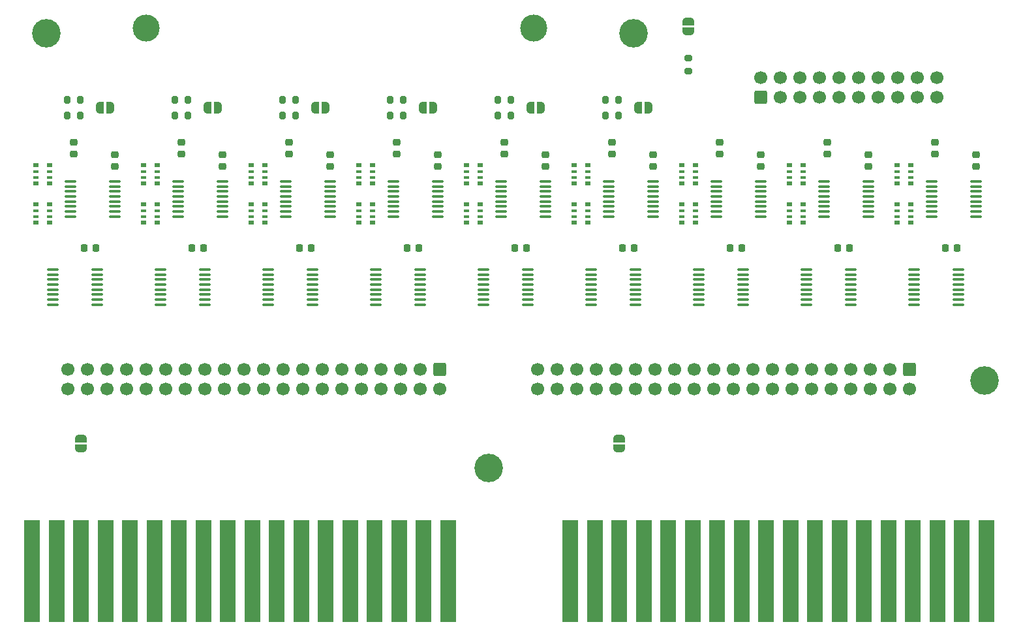
<source format=gbr>
%TF.GenerationSoftware,KiCad,Pcbnew,6.0.11+dfsg-1*%
%TF.CreationDate,2024-06-30T22:37:57-05:00*%
%TF.ProjectId,backplane_tracer,6261636b-706c-4616-9e65-5f7472616365,rev?*%
%TF.SameCoordinates,Original*%
%TF.FileFunction,Soldermask,Top*%
%TF.FilePolarity,Negative*%
%FSLAX46Y46*%
G04 Gerber Fmt 4.6, Leading zero omitted, Abs format (unit mm)*
G04 Created by KiCad (PCBNEW 6.0.11+dfsg-1) date 2024-06-30 22:37:57*
%MOMM*%
%LPD*%
G01*
G04 APERTURE LIST*
G04 Aperture macros list*
%AMRoundRect*
0 Rectangle with rounded corners*
0 $1 Rounding radius*
0 $2 $3 $4 $5 $6 $7 $8 $9 X,Y pos of 4 corners*
0 Add a 4 corners polygon primitive as box body*
4,1,4,$2,$3,$4,$5,$6,$7,$8,$9,$2,$3,0*
0 Add four circle primitives for the rounded corners*
1,1,$1+$1,$2,$3*
1,1,$1+$1,$4,$5*
1,1,$1+$1,$6,$7*
1,1,$1+$1,$8,$9*
0 Add four rect primitives between the rounded corners*
20,1,$1+$1,$2,$3,$4,$5,0*
20,1,$1+$1,$4,$5,$6,$7,0*
20,1,$1+$1,$6,$7,$8,$9,0*
20,1,$1+$1,$8,$9,$2,$3,0*%
%AMFreePoly0*
4,1,22,0.500000,-0.750000,0.000000,-0.750000,0.000000,-0.745033,-0.079941,-0.743568,-0.215256,-0.701293,-0.333266,-0.622738,-0.424486,-0.514219,-0.481581,-0.384460,-0.499164,-0.250000,-0.500000,-0.250000,-0.500000,0.250000,-0.499164,0.250000,-0.499963,0.256109,-0.478152,0.396186,-0.417904,0.524511,-0.324060,0.630769,-0.204165,0.706417,-0.067858,0.745374,0.000000,0.744959,0.000000,0.750000,
0.500000,0.750000,0.500000,-0.750000,0.500000,-0.750000,$1*%
%AMFreePoly1*
4,1,20,0.000000,0.744959,0.073905,0.744508,0.209726,0.703889,0.328688,0.626782,0.421226,0.519385,0.479903,0.390333,0.500000,0.250000,0.500000,-0.250000,0.499851,-0.262216,0.476331,-0.402017,0.414519,-0.529596,0.319384,-0.634700,0.198574,-0.708877,0.061801,-0.746166,0.000000,-0.745033,0.000000,-0.750000,-0.500000,-0.750000,-0.500000,0.750000,0.000000,0.750000,0.000000,0.744959,
0.000000,0.744959,$1*%
G04 Aperture macros list end*
%ADD10RoundRect,0.200000X0.200000X0.275000X-0.200000X0.275000X-0.200000X-0.275000X0.200000X-0.275000X0*%
%ADD11RoundRect,0.200000X-0.200000X-0.275000X0.200000X-0.275000X0.200000X0.275000X-0.200000X0.275000X0*%
%ADD12RoundRect,0.200000X0.275000X-0.200000X0.275000X0.200000X-0.275000X0.200000X-0.275000X-0.200000X0*%
%ADD13RoundRect,0.225000X0.225000X0.250000X-0.225000X0.250000X-0.225000X-0.250000X0.225000X-0.250000X0*%
%ADD14R,0.800000X0.500000*%
%ADD15R,0.800000X0.400000*%
%ADD16C,3.700000*%
%ADD17RoundRect,0.225000X0.250000X-0.225000X0.250000X0.225000X-0.250000X0.225000X-0.250000X-0.225000X0*%
%ADD18RoundRect,0.100000X-0.637500X-0.100000X0.637500X-0.100000X0.637500X0.100000X-0.637500X0.100000X0*%
%ADD19FreePoly0,0.000000*%
%ADD20FreePoly1,0.000000*%
%ADD21FreePoly0,90.000000*%
%ADD22FreePoly1,90.000000*%
%ADD23RoundRect,0.250000X-0.600000X0.600000X-0.600000X-0.600000X0.600000X-0.600000X0.600000X0.600000X0*%
%ADD24C,1.700000*%
%ADD25C,3.500000*%
%ADD26RoundRect,0.250000X0.600000X-0.600000X0.600000X0.600000X-0.600000X0.600000X-0.600000X-0.600000X0*%
%ADD27R,2.032000X13.208000*%
G04 APERTURE END LIST*
D10*
%TO.C,R13*%
X79541500Y-72136000D03*
X77891500Y-72136000D03*
%TD*%
D11*
%TO.C,R12*%
X77891500Y-74168000D03*
X79541500Y-74168000D03*
%TD*%
D10*
%TO.C,R11*%
X93511500Y-72136000D03*
X91861500Y-72136000D03*
%TD*%
D11*
%TO.C,R10*%
X91861500Y-74168000D03*
X93511500Y-74168000D03*
%TD*%
D10*
%TO.C,R9*%
X107481500Y-72136000D03*
X105831500Y-72136000D03*
%TD*%
D11*
%TO.C,R8*%
X105831500Y-74168000D03*
X107481500Y-74168000D03*
%TD*%
D10*
%TO.C,R7*%
X121475000Y-72136000D03*
X119825000Y-72136000D03*
%TD*%
D11*
%TO.C,R6*%
X119825000Y-74168000D03*
X121475000Y-74168000D03*
%TD*%
D10*
%TO.C,R5*%
X135445000Y-72136000D03*
X133795000Y-72136000D03*
%TD*%
D11*
%TO.C,R4*%
X133795000Y-74168000D03*
X135445000Y-74168000D03*
%TD*%
D10*
%TO.C,R3*%
X149415000Y-72136000D03*
X147765000Y-72136000D03*
%TD*%
D11*
%TO.C,R2*%
X147765000Y-74168000D03*
X149415000Y-74168000D03*
%TD*%
D12*
%TO.C,R1*%
X158496000Y-68365500D03*
X158496000Y-66715500D03*
%TD*%
D13*
%TO.C,C26*%
X81633000Y-91354000D03*
X80083000Y-91354000D03*
%TD*%
D14*
%TO.C,RN13*%
X101727000Y-80588000D03*
D15*
X101727000Y-81388000D03*
X101727000Y-82188000D03*
D14*
X101727000Y-82988000D03*
X103527000Y-82988000D03*
D15*
X103527000Y-82188000D03*
X103527000Y-81388000D03*
D14*
X103527000Y-80588000D03*
%TD*%
D16*
%TO.C,H3*%
X151384000Y-63500000D03*
%TD*%
D17*
%TO.C,C21*%
X111963200Y-80785000D03*
X111963200Y-79235000D03*
%TD*%
%TO.C,C1*%
X190500000Y-79134000D03*
X190500000Y-77584000D03*
%TD*%
D18*
%TO.C,U1*%
X190050500Y-82688000D03*
X190050500Y-83338000D03*
X190050500Y-83988000D03*
X190050500Y-84638000D03*
X190050500Y-85288000D03*
X190050500Y-85938000D03*
X190050500Y-86588000D03*
X190050500Y-87238000D03*
X195775500Y-87238000D03*
X195775500Y-86588000D03*
X195775500Y-85938000D03*
X195775500Y-85288000D03*
X195775500Y-84638000D03*
X195775500Y-83988000D03*
X195775500Y-83338000D03*
X195775500Y-82688000D03*
%TD*%
D19*
%TO.C,JP6*%
X151980500Y-73152000D03*
D20*
X153280500Y-73152000D03*
%TD*%
D17*
%TO.C,C25*%
X78740000Y-79134000D03*
X78740000Y-77584000D03*
%TD*%
D18*
%TO.C,U9*%
X134170500Y-82688000D03*
X134170500Y-83338000D03*
X134170500Y-83988000D03*
X134170500Y-84638000D03*
X134170500Y-85288000D03*
X134170500Y-85938000D03*
X134170500Y-86588000D03*
X134170500Y-87238000D03*
X139895500Y-87238000D03*
X139895500Y-86588000D03*
X139895500Y-85938000D03*
X139895500Y-85288000D03*
X139895500Y-84638000D03*
X139895500Y-83988000D03*
X139895500Y-83338000D03*
X139895500Y-82688000D03*
%TD*%
D14*
%TO.C,RN10*%
X129667000Y-85668000D03*
D15*
X129667000Y-86468000D03*
X129667000Y-87268000D03*
D14*
X129667000Y-88068000D03*
X131467000Y-88068000D03*
D15*
X131467000Y-87268000D03*
X131467000Y-86468000D03*
D14*
X131467000Y-85668000D03*
%TD*%
D18*
%TO.C,U18*%
X76004500Y-94118000D03*
X76004500Y-94768000D03*
X76004500Y-95418000D03*
X76004500Y-96068000D03*
X76004500Y-96718000D03*
X76004500Y-97368000D03*
X76004500Y-98018000D03*
X76004500Y-98668000D03*
X81729500Y-98668000D03*
X81729500Y-98018000D03*
X81729500Y-97368000D03*
X81729500Y-96718000D03*
X81729500Y-96068000D03*
X81729500Y-95418000D03*
X81729500Y-94768000D03*
X81729500Y-94118000D03*
%TD*%
D13*
%TO.C,C8*%
X165453000Y-91354000D03*
X163903000Y-91354000D03*
%TD*%
%TO.C,C2*%
X193393000Y-91354000D03*
X191843000Y-91354000D03*
%TD*%
D14*
%TO.C,RN7*%
X143637000Y-80588000D03*
D15*
X143637000Y-81388000D03*
X143637000Y-82188000D03*
D14*
X143637000Y-82988000D03*
X145437000Y-82988000D03*
D15*
X145437000Y-82188000D03*
X145437000Y-81388000D03*
D14*
X145437000Y-80588000D03*
%TD*%
D13*
%TO.C,C14*%
X137513000Y-91354000D03*
X135963000Y-91354000D03*
%TD*%
D17*
%TO.C,C15*%
X139903200Y-80785000D03*
X139903200Y-79235000D03*
%TD*%
D18*
%TO.C,U14*%
X103944500Y-94118000D03*
X103944500Y-94768000D03*
X103944500Y-95418000D03*
X103944500Y-96068000D03*
X103944500Y-96718000D03*
X103944500Y-97368000D03*
X103944500Y-98018000D03*
X103944500Y-98668000D03*
X109669500Y-98668000D03*
X109669500Y-98018000D03*
X109669500Y-97368000D03*
X109669500Y-96718000D03*
X109669500Y-96068000D03*
X109669500Y-95418000D03*
X109669500Y-94768000D03*
X109669500Y-94118000D03*
%TD*%
%TO.C,U7*%
X148140500Y-82688000D03*
X148140500Y-83338000D03*
X148140500Y-83988000D03*
X148140500Y-84638000D03*
X148140500Y-85288000D03*
X148140500Y-85938000D03*
X148140500Y-86588000D03*
X148140500Y-87238000D03*
X153865500Y-87238000D03*
X153865500Y-86588000D03*
X153865500Y-85938000D03*
X153865500Y-85288000D03*
X153865500Y-84638000D03*
X153865500Y-83988000D03*
X153865500Y-83338000D03*
X153865500Y-82688000D03*
%TD*%
D14*
%TO.C,RN16*%
X87757000Y-85668000D03*
D15*
X87757000Y-86468000D03*
X87757000Y-87268000D03*
D14*
X87757000Y-88068000D03*
X89557000Y-88068000D03*
D15*
X89557000Y-87268000D03*
X89557000Y-86468000D03*
D14*
X89557000Y-85668000D03*
%TD*%
D21*
%TO.C,JP12*%
X149529800Y-117363000D03*
D22*
X149529800Y-116063000D03*
%TD*%
D18*
%TO.C,U16*%
X89974500Y-94118000D03*
X89974500Y-94768000D03*
X89974500Y-95418000D03*
X89974500Y-96068000D03*
X89974500Y-96718000D03*
X89974500Y-97368000D03*
X89974500Y-98018000D03*
X89974500Y-98668000D03*
X95699500Y-98668000D03*
X95699500Y-98018000D03*
X95699500Y-97368000D03*
X95699500Y-96718000D03*
X95699500Y-96068000D03*
X95699500Y-95418000D03*
X95699500Y-94768000D03*
X95699500Y-94118000D03*
%TD*%
D16*
%TO.C,H6*%
X132588000Y-119888000D03*
%TD*%
D18*
%TO.C,U8*%
X145854500Y-94118000D03*
X145854500Y-94768000D03*
X145854500Y-95418000D03*
X145854500Y-96068000D03*
X145854500Y-96718000D03*
X145854500Y-97368000D03*
X145854500Y-98018000D03*
X145854500Y-98668000D03*
X151579500Y-98668000D03*
X151579500Y-98018000D03*
X151579500Y-97368000D03*
X151579500Y-96718000D03*
X151579500Y-96068000D03*
X151579500Y-95418000D03*
X151579500Y-94768000D03*
X151579500Y-94118000D03*
%TD*%
%TO.C,U4*%
X173794500Y-94118000D03*
X173794500Y-94768000D03*
X173794500Y-95418000D03*
X173794500Y-96068000D03*
X173794500Y-96718000D03*
X173794500Y-97368000D03*
X173794500Y-98018000D03*
X173794500Y-98668000D03*
X179519500Y-98668000D03*
X179519500Y-98018000D03*
X179519500Y-97368000D03*
X179519500Y-96718000D03*
X179519500Y-96068000D03*
X179519500Y-95418000D03*
X179519500Y-94768000D03*
X179519500Y-94118000D03*
%TD*%
D13*
%TO.C,C17*%
X123543000Y-91354000D03*
X121993000Y-91354000D03*
%TD*%
D14*
%TO.C,RN14*%
X101727000Y-85668000D03*
D15*
X101727000Y-86468000D03*
X101727000Y-87268000D03*
D14*
X101727000Y-88068000D03*
X103527000Y-88068000D03*
D15*
X103527000Y-87268000D03*
X103527000Y-86468000D03*
D14*
X103527000Y-85668000D03*
%TD*%
D23*
%TO.C,J2*%
X187198000Y-107070500D03*
D24*
X187198000Y-109610500D03*
X184658000Y-107070500D03*
X184658000Y-109610500D03*
X182118000Y-107070500D03*
X182118000Y-109610500D03*
X179578000Y-107070500D03*
X179578000Y-109610500D03*
X177038000Y-107070500D03*
X177038000Y-109610500D03*
X174498000Y-107070500D03*
X174498000Y-109610500D03*
X171958000Y-107070500D03*
X171958000Y-109610500D03*
X169418000Y-107070500D03*
X169418000Y-109610500D03*
X166878000Y-107070500D03*
X166878000Y-109610500D03*
X164338000Y-107070500D03*
X164338000Y-109610500D03*
X161798000Y-107070500D03*
X161798000Y-109610500D03*
X159258000Y-107070500D03*
X159258000Y-109610500D03*
X156718000Y-107070500D03*
X156718000Y-109610500D03*
X154178000Y-107070500D03*
X154178000Y-109610500D03*
X151638000Y-107070500D03*
X151638000Y-109610500D03*
X149098000Y-107070500D03*
X149098000Y-109610500D03*
X146558000Y-107070500D03*
X146558000Y-109610500D03*
X144018000Y-107070500D03*
X144018000Y-109610500D03*
X141478000Y-107070500D03*
X141478000Y-109610500D03*
X138938000Y-107070500D03*
X138938000Y-109610500D03*
%TD*%
D17*
%TO.C,C13*%
X134620000Y-79134000D03*
X134620000Y-77584000D03*
%TD*%
%TO.C,C3*%
X195783200Y-80785000D03*
X195783200Y-79235000D03*
%TD*%
%TO.C,C27*%
X84023200Y-80785000D03*
X84023200Y-79235000D03*
%TD*%
%TO.C,C19*%
X106680000Y-79134000D03*
X106680000Y-77584000D03*
%TD*%
D14*
%TO.C,RN4*%
X171577000Y-85668000D03*
D15*
X171577000Y-86468000D03*
X171577000Y-87268000D03*
D14*
X171577000Y-88068000D03*
X173377000Y-88068000D03*
D15*
X173377000Y-87268000D03*
X173377000Y-86468000D03*
D14*
X173377000Y-85668000D03*
%TD*%
D18*
%TO.C,U2*%
X187764500Y-94118000D03*
X187764500Y-94768000D03*
X187764500Y-95418000D03*
X187764500Y-96068000D03*
X187764500Y-96718000D03*
X187764500Y-97368000D03*
X187764500Y-98018000D03*
X187764500Y-98668000D03*
X193489500Y-98668000D03*
X193489500Y-98018000D03*
X193489500Y-97368000D03*
X193489500Y-96718000D03*
X193489500Y-96068000D03*
X193489500Y-95418000D03*
X193489500Y-94768000D03*
X193489500Y-94118000D03*
%TD*%
D14*
%TO.C,RN11*%
X115697000Y-80588000D03*
D15*
X115697000Y-81388000D03*
X115697000Y-82188000D03*
D14*
X115697000Y-82988000D03*
X117497000Y-82988000D03*
D15*
X117497000Y-82188000D03*
X117497000Y-81388000D03*
D14*
X117497000Y-80588000D03*
%TD*%
%TO.C,RN17*%
X73787000Y-80588000D03*
D15*
X73787000Y-81388000D03*
X73787000Y-82188000D03*
D14*
X73787000Y-82988000D03*
X75587000Y-82988000D03*
D15*
X75587000Y-82188000D03*
X75587000Y-81388000D03*
D14*
X75587000Y-80588000D03*
%TD*%
D17*
%TO.C,C12*%
X153873200Y-80785000D03*
X153873200Y-79235000D03*
%TD*%
D25*
%TO.C,H1*%
X138430000Y-62839600D03*
%TD*%
D14*
%TO.C,RN2*%
X185547000Y-85668000D03*
D15*
X185547000Y-86468000D03*
X185547000Y-87268000D03*
D14*
X185547000Y-88068000D03*
X187347000Y-88068000D03*
D15*
X187347000Y-87268000D03*
X187347000Y-86468000D03*
D14*
X187347000Y-85668000D03*
%TD*%
D13*
%TO.C,C20*%
X109573000Y-91354000D03*
X108023000Y-91354000D03*
%TD*%
D19*
%TO.C,JP7*%
X138010500Y-73152000D03*
D20*
X139310500Y-73152000D03*
%TD*%
D17*
%TO.C,C6*%
X181813200Y-80785000D03*
X181813200Y-79235000D03*
%TD*%
%TO.C,C22*%
X92710000Y-79134000D03*
X92710000Y-77584000D03*
%TD*%
D18*
%TO.C,U6*%
X159824500Y-94118000D03*
X159824500Y-94768000D03*
X159824500Y-95418000D03*
X159824500Y-96068000D03*
X159824500Y-96718000D03*
X159824500Y-97368000D03*
X159824500Y-98018000D03*
X159824500Y-98668000D03*
X165549500Y-98668000D03*
X165549500Y-98018000D03*
X165549500Y-97368000D03*
X165549500Y-96718000D03*
X165549500Y-96068000D03*
X165549500Y-95418000D03*
X165549500Y-94768000D03*
X165549500Y-94118000D03*
%TD*%
D17*
%TO.C,C7*%
X162560000Y-79134000D03*
X162560000Y-77584000D03*
%TD*%
D18*
%TO.C,U12*%
X117914500Y-94118000D03*
X117914500Y-94768000D03*
X117914500Y-95418000D03*
X117914500Y-96068000D03*
X117914500Y-96718000D03*
X117914500Y-97368000D03*
X117914500Y-98018000D03*
X117914500Y-98668000D03*
X123639500Y-98668000D03*
X123639500Y-98018000D03*
X123639500Y-97368000D03*
X123639500Y-96718000D03*
X123639500Y-96068000D03*
X123639500Y-95418000D03*
X123639500Y-94768000D03*
X123639500Y-94118000D03*
%TD*%
D14*
%TO.C,RN1*%
X185547000Y-80588000D03*
D15*
X185547000Y-81388000D03*
X185547000Y-82188000D03*
D14*
X185547000Y-82988000D03*
X187347000Y-82988000D03*
D15*
X187347000Y-82188000D03*
X187347000Y-81388000D03*
D14*
X187347000Y-80588000D03*
%TD*%
D23*
%TO.C,J3*%
X126238000Y-107070500D03*
D24*
X126238000Y-109610500D03*
X123698000Y-107070500D03*
X123698000Y-109610500D03*
X121158000Y-107070500D03*
X121158000Y-109610500D03*
X118618000Y-107070500D03*
X118618000Y-109610500D03*
X116078000Y-107070500D03*
X116078000Y-109610500D03*
X113538000Y-107070500D03*
X113538000Y-109610500D03*
X110998000Y-107070500D03*
X110998000Y-109610500D03*
X108458000Y-107070500D03*
X108458000Y-109610500D03*
X105918000Y-107070500D03*
X105918000Y-109610500D03*
X103378000Y-107070500D03*
X103378000Y-109610500D03*
X100838000Y-107070500D03*
X100838000Y-109610500D03*
X98298000Y-107070500D03*
X98298000Y-109610500D03*
X95758000Y-107070500D03*
X95758000Y-109610500D03*
X93218000Y-107070500D03*
X93218000Y-109610500D03*
X90678000Y-107070500D03*
X90678000Y-109610500D03*
X88138000Y-107070500D03*
X88138000Y-109610500D03*
X85598000Y-107070500D03*
X85598000Y-109610500D03*
X83058000Y-107070500D03*
X83058000Y-109610500D03*
X80518000Y-107070500D03*
X80518000Y-109610500D03*
X77978000Y-107070500D03*
X77978000Y-109610500D03*
%TD*%
D19*
%TO.C,JP10*%
X96100500Y-73152000D03*
D20*
X97400500Y-73152000D03*
%TD*%
D18*
%TO.C,U17*%
X78290500Y-82688000D03*
X78290500Y-83338000D03*
X78290500Y-83988000D03*
X78290500Y-84638000D03*
X78290500Y-85288000D03*
X78290500Y-85938000D03*
X78290500Y-86588000D03*
X78290500Y-87238000D03*
X84015500Y-87238000D03*
X84015500Y-86588000D03*
X84015500Y-85938000D03*
X84015500Y-85288000D03*
X84015500Y-84638000D03*
X84015500Y-83988000D03*
X84015500Y-83338000D03*
X84015500Y-82688000D03*
%TD*%
D26*
%TO.C,J1*%
X167894000Y-71755000D03*
D24*
X167894000Y-69215000D03*
X170434000Y-71755000D03*
X170434000Y-69215000D03*
X172974000Y-71755000D03*
X172974000Y-69215000D03*
X175514000Y-71755000D03*
X175514000Y-69215000D03*
X178054000Y-71755000D03*
X178054000Y-69215000D03*
X180594000Y-71755000D03*
X180594000Y-69215000D03*
X183134000Y-71755000D03*
X183134000Y-69215000D03*
X185674000Y-71755000D03*
X185674000Y-69215000D03*
X188214000Y-71755000D03*
X188214000Y-69215000D03*
X190754000Y-71755000D03*
X190754000Y-69215000D03*
%TD*%
D19*
%TO.C,JP9*%
X110070500Y-73152000D03*
D20*
X111370500Y-73152000D03*
%TD*%
D14*
%TO.C,RN12*%
X115697000Y-85668000D03*
D15*
X115697000Y-86468000D03*
X115697000Y-87268000D03*
D14*
X115697000Y-88068000D03*
X117497000Y-88068000D03*
D15*
X117497000Y-87268000D03*
X117497000Y-86468000D03*
D14*
X117497000Y-85668000D03*
%TD*%
D13*
%TO.C,C23*%
X95603000Y-91354000D03*
X94053000Y-91354000D03*
%TD*%
D16*
%TO.C,H5*%
X75184000Y-63500000D03*
%TD*%
D13*
%TO.C,C11*%
X151483000Y-91354000D03*
X149933000Y-91354000D03*
%TD*%
D18*
%TO.C,U3*%
X176080500Y-82688000D03*
X176080500Y-83338000D03*
X176080500Y-83988000D03*
X176080500Y-84638000D03*
X176080500Y-85288000D03*
X176080500Y-85938000D03*
X176080500Y-86588000D03*
X176080500Y-87238000D03*
X181805500Y-87238000D03*
X181805500Y-86588000D03*
X181805500Y-85938000D03*
X181805500Y-85288000D03*
X181805500Y-84638000D03*
X181805500Y-83988000D03*
X181805500Y-83338000D03*
X181805500Y-82688000D03*
%TD*%
D17*
%TO.C,C16*%
X120650000Y-79134000D03*
X120650000Y-77584000D03*
%TD*%
D18*
%TO.C,U13*%
X106230500Y-82688000D03*
X106230500Y-83338000D03*
X106230500Y-83988000D03*
X106230500Y-84638000D03*
X106230500Y-85288000D03*
X106230500Y-85938000D03*
X106230500Y-86588000D03*
X106230500Y-87238000D03*
X111955500Y-87238000D03*
X111955500Y-86588000D03*
X111955500Y-85938000D03*
X111955500Y-85288000D03*
X111955500Y-84638000D03*
X111955500Y-83988000D03*
X111955500Y-83338000D03*
X111955500Y-82688000D03*
%TD*%
%TO.C,U10*%
X131884500Y-94118000D03*
X131884500Y-94768000D03*
X131884500Y-95418000D03*
X131884500Y-96068000D03*
X131884500Y-96718000D03*
X131884500Y-97368000D03*
X131884500Y-98018000D03*
X131884500Y-98668000D03*
X137609500Y-98668000D03*
X137609500Y-98018000D03*
X137609500Y-97368000D03*
X137609500Y-96718000D03*
X137609500Y-96068000D03*
X137609500Y-95418000D03*
X137609500Y-94768000D03*
X137609500Y-94118000D03*
%TD*%
D17*
%TO.C,C18*%
X125933200Y-80785000D03*
X125933200Y-79235000D03*
%TD*%
D25*
%TO.C,H2*%
X88138000Y-62839600D03*
%TD*%
D17*
%TO.C,C9*%
X167843200Y-80785000D03*
X167843200Y-79235000D03*
%TD*%
D27*
%TO.C,J4*%
X197154800Y-133223000D03*
X193979800Y-133223000D03*
X190804800Y-133223000D03*
X187629800Y-133223000D03*
X184454800Y-133223000D03*
X181279800Y-133223000D03*
X178104800Y-133223000D03*
X174929800Y-133223000D03*
X171754800Y-133223000D03*
X168579800Y-133223000D03*
X165404800Y-133223000D03*
X162229800Y-133223000D03*
X159054800Y-133223000D03*
X155879800Y-133223000D03*
X152704800Y-133223000D03*
X149529800Y-133223000D03*
X146354800Y-133223000D03*
X143179800Y-133223000D03*
X127304800Y-133223000D03*
X124129800Y-133223000D03*
X120954800Y-133223000D03*
X117779800Y-133223000D03*
X114604800Y-133223000D03*
X111429800Y-133223000D03*
X108254800Y-133223000D03*
X105079800Y-133223000D03*
X101904800Y-133223000D03*
X98729800Y-133223000D03*
X95554800Y-133223000D03*
X92379800Y-133223000D03*
X89204800Y-133223000D03*
X86029800Y-133223000D03*
X82854800Y-133223000D03*
X79679800Y-133223000D03*
X76504800Y-133223000D03*
X73329800Y-133223000D03*
%TD*%
D14*
%TO.C,RN3*%
X171577000Y-80588000D03*
D15*
X171577000Y-81388000D03*
X171577000Y-82188000D03*
D14*
X171577000Y-82988000D03*
X173377000Y-82988000D03*
D15*
X173377000Y-82188000D03*
X173377000Y-81388000D03*
D14*
X173377000Y-80588000D03*
%TD*%
D21*
%TO.C,JP13*%
X79679800Y-117363000D03*
D22*
X79679800Y-116063000D03*
%TD*%
D14*
%TO.C,RN9*%
X129667000Y-80588000D03*
D15*
X129667000Y-81388000D03*
X129667000Y-82188000D03*
D14*
X129667000Y-82988000D03*
X131467000Y-82988000D03*
D15*
X131467000Y-82188000D03*
X131467000Y-81388000D03*
D14*
X131467000Y-80588000D03*
%TD*%
D18*
%TO.C,U5*%
X162110500Y-82688000D03*
X162110500Y-83338000D03*
X162110500Y-83988000D03*
X162110500Y-84638000D03*
X162110500Y-85288000D03*
X162110500Y-85938000D03*
X162110500Y-86588000D03*
X162110500Y-87238000D03*
X167835500Y-87238000D03*
X167835500Y-86588000D03*
X167835500Y-85938000D03*
X167835500Y-85288000D03*
X167835500Y-84638000D03*
X167835500Y-83988000D03*
X167835500Y-83338000D03*
X167835500Y-82688000D03*
%TD*%
D14*
%TO.C,RN18*%
X73787000Y-85668000D03*
D15*
X73787000Y-86468000D03*
X73787000Y-87268000D03*
D14*
X73787000Y-88068000D03*
X75587000Y-88068000D03*
D15*
X75587000Y-87268000D03*
X75587000Y-86468000D03*
D14*
X75587000Y-85668000D03*
%TD*%
%TO.C,RN8*%
X143637000Y-85668000D03*
D15*
X143637000Y-86468000D03*
X143637000Y-87268000D03*
D14*
X143637000Y-88068000D03*
X145437000Y-88068000D03*
D15*
X145437000Y-87268000D03*
X145437000Y-86468000D03*
D14*
X145437000Y-85668000D03*
%TD*%
D19*
%TO.C,JP11*%
X82130500Y-73152000D03*
D20*
X83430500Y-73152000D03*
%TD*%
D17*
%TO.C,C24*%
X97993200Y-80785000D03*
X97993200Y-79235000D03*
%TD*%
%TO.C,C10*%
X148590000Y-79134000D03*
X148590000Y-77584000D03*
%TD*%
D19*
%TO.C,JP8*%
X124040500Y-73152000D03*
D20*
X125340500Y-73152000D03*
%TD*%
D14*
%TO.C,RN6*%
X157607000Y-85668000D03*
D15*
X157607000Y-86468000D03*
X157607000Y-87268000D03*
D14*
X157607000Y-88068000D03*
X159407000Y-88068000D03*
D15*
X159407000Y-87268000D03*
X159407000Y-86468000D03*
D14*
X159407000Y-85668000D03*
%TD*%
D16*
%TO.C,H4*%
X196875400Y-108508800D03*
%TD*%
D14*
%TO.C,RN5*%
X157607000Y-80588000D03*
D15*
X157607000Y-81388000D03*
X157607000Y-82188000D03*
D14*
X157607000Y-82988000D03*
X159407000Y-82988000D03*
D15*
X159407000Y-82188000D03*
X159407000Y-81388000D03*
D14*
X159407000Y-80588000D03*
%TD*%
D13*
%TO.C,C5*%
X179423000Y-91354000D03*
X177873000Y-91354000D03*
%TD*%
D14*
%TO.C,RN15*%
X87757000Y-80588000D03*
D15*
X87757000Y-81388000D03*
X87757000Y-82188000D03*
D14*
X87757000Y-82988000D03*
X89557000Y-82988000D03*
D15*
X89557000Y-82188000D03*
X89557000Y-81388000D03*
D14*
X89557000Y-80588000D03*
%TD*%
D21*
%TO.C,JP5*%
X158496000Y-63261000D03*
D22*
X158496000Y-61961000D03*
%TD*%
D18*
%TO.C,U11*%
X120200500Y-82688000D03*
X120200500Y-83338000D03*
X120200500Y-83988000D03*
X120200500Y-84638000D03*
X120200500Y-85288000D03*
X120200500Y-85938000D03*
X120200500Y-86588000D03*
X120200500Y-87238000D03*
X125925500Y-87238000D03*
X125925500Y-86588000D03*
X125925500Y-85938000D03*
X125925500Y-85288000D03*
X125925500Y-84638000D03*
X125925500Y-83988000D03*
X125925500Y-83338000D03*
X125925500Y-82688000D03*
%TD*%
D17*
%TO.C,C4*%
X176530000Y-79134000D03*
X176530000Y-77584000D03*
%TD*%
D18*
%TO.C,U15*%
X92260500Y-82688000D03*
X92260500Y-83338000D03*
X92260500Y-83988000D03*
X92260500Y-84638000D03*
X92260500Y-85288000D03*
X92260500Y-85938000D03*
X92260500Y-86588000D03*
X92260500Y-87238000D03*
X97985500Y-87238000D03*
X97985500Y-86588000D03*
X97985500Y-85938000D03*
X97985500Y-85288000D03*
X97985500Y-84638000D03*
X97985500Y-83988000D03*
X97985500Y-83338000D03*
X97985500Y-82688000D03*
%TD*%
M02*

</source>
